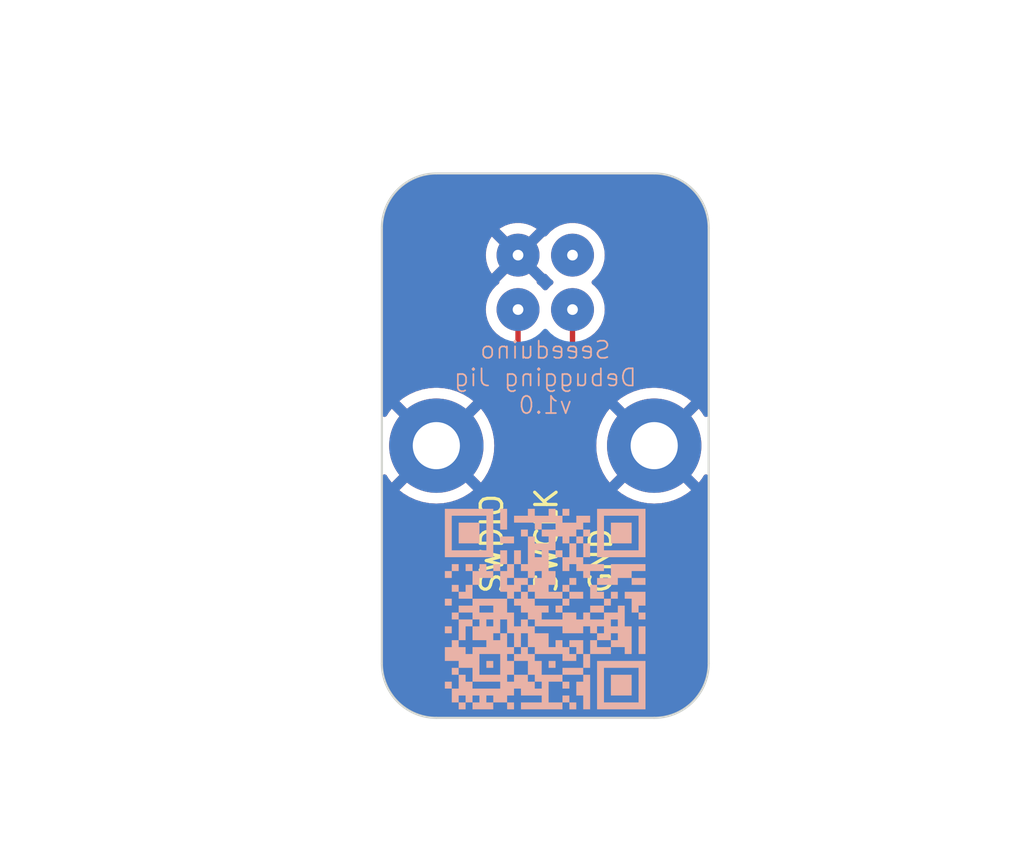
<source format=kicad_pcb>
(kicad_pcb (version 20240108) (generator "pcbnew") (generator_version "8.0")
  (layers (0 "F.Cu" signal) (31 "B.Cu" signal) (34 "B.Paste" user) (35 "F.Paste" user) (36 "B.SilkS" user "B.Silkscreen") (37 "F.SilkS" user "F.Silkscreen") (38 "B.Mask" user) (39 "F.Mask" user) (44 "Edge.Cuts" user))
  (net 0 "")
  (net 1 "/GND")
  (net 2 "/SWCLK")
  (net 3 "/SWDIO")
  (footprint "MountingHole:MountingHole_2.2mm_M2_Pad" (layer "F.Cu") (at 121.92 67.31)
    (property "Reference" "REF**" (hide yes))
    (property "Value" "MountingHole_2.2mm_M2_Pad" (hide yes))
    (pad "1" thru_hole circle (at 0 0) (size 4.4 4.4) (drill 2.2) (layers "*.Cu" "*.Mask") (net 1 "/GND"))
  )
  (footprint "Pogo_pin:Pogo Pin" (layer "F.Cu") (at 118.11 58.42)
    (property "Reference" "U4" (hide yes))
    (property "Value" "~" (hide yes))
    (pad "1" thru_hole circle (at 0 0) (size 2 2) (drill 0.5) (layers "*.Cu" "*.Mask"))
  )
  (footprint "Pogo_pin:Pogo Pin" (layer "F.Cu") (at 118.11 60.96)
    (property "Reference" "U2" (hide yes))
    (property "Value" "~" (hide yes))
    (pad "1" thru_hole circle (at 0 0) (size 2 2) (drill 0.5) (layers "*.Cu" "*.Mask") (net 3 "/SWDIO"))
  )
  (footprint "Pogo_pin:Pogo Pin" (layer "F.Cu") (at 115.57 58.42)
    (property "Reference" "U3" (hide yes))
    (property "Value" "~" (hide yes))
    (pad "1" thru_hole circle (at 0 0) (size 2 2) (drill 0.5) (layers "*.Cu" "*.Mask") (net 1 "/GND"))
  )
  (footprint "MountingHole:MountingHole_2.2mm_M2_Pad" (layer "F.Cu") (at 111.76 67.31)
    (property "Reference" "REF**" (hide yes))
    (property "Value" "MountingHole_2.2mm_M2_Pad" (hide yes))
    (pad "1" thru_hole circle (at 0 0) (size 4.4 4.4) (drill 2.2) (layers "*.Cu" "*.Mask") (net 1 "/GND"))
  )
  (footprint "Pogo_pin:Pogo Pin" (layer "F.Cu") (at 115.57 60.96)
    (property "Reference" "U1" (hide yes))
    (property "Value" "~" (hide yes))
    (pad "1" thru_hole circle (at 0 0) (size 2 2) (drill 0.5) (layers "*.Cu" "*.Mask") (net 2 "/SWCLK"))
  )
  (footprint "edge_connector:edge_connector" (layer "F.Cu") (at 116.84 76.2 -90)
    (property "Reference" "J1" (hide yes))
    (property "Value" "Conn_01x03_Pin" (hide yes))
    (pad "1" smd roundrect (at 0 -2.54 270) (size 3 2) (layers "F.Cu" "F.Mask") (net 1 "/GND"))
    (pad "2" smd roundrect (at 0 0 270) (size 3 2) (layers "F.Cu" "F.Mask") (net 2 "/SWCLK"))
    (pad "3" smd roundrect (at 0 2.54 270) (size 3 2) (layers "F.Cu" "F.Mask") (net 3 "/SWDIO"))
  )
  (footprint "qr_code:qr_code" (layer "B.Cu") (at 116.84 74.93 180)
    (property "Reference" "G***" (hide yes))
    (property "Value" "LOGO" (hide yes))
    (fp_poly (pts (xy 4.683064 1.608275) (xy 4.683064 1.446959) (xy 4.521748 1.446959) (xy 4.360432 1.446959) (xy 4.360432 1.608275) (xy 4.360432 1.769592) (xy 4.521748 1.769592) (xy 4.683064 1.769592)) (fill solid) (layer "B.SilkS"))
    (fp_poly (pts (xy 4.683064 0.317744) (xy 4.683064 0.156428) (xy 4.521748 0.156428) (xy 4.360432 0.156428) (xy 4.360432 0.317744) (xy 4.360432 0.47906) (xy 4.521748 0.47906) (xy 4.683064 0.47906)) (fill solid) (layer "B.SilkS"))
    (fp_poly (pts (xy 4.683064 -0.972787) (xy 4.683064 -1.134104) (xy 4.521748 -1.134104) (xy 4.360432 -1.134104) (xy 4.360432 -0.972787) (xy 4.360432 -0.811471) (xy 4.521748 -0.811471) (xy 4.683064 -0.811471)) (fill solid) (layer "B.SilkS"))
    (fp_poly (pts (xy 4.360432 1.930908) (xy 4.360432 1.769592) (xy 4.199115 1.769592) (xy 4.037799 1.769592) (xy 4.037799 1.930908) (xy 4.037799 2.092224) (xy 4.199115 2.092224) (xy 4.360432 2.092224)) (fill solid) (layer "B.SilkS"))
    (fp_poly (pts (xy 4.037799 3.544072) (xy 4.037799 3.060123) (xy 3.55385 3.060123) (xy 3.0699 3.060123) (xy 3.0699 3.544072) (xy 3.0699 4.028021) (xy 3.55385 4.028021) (xy 4.037799 4.028021)) (fill solid) (layer "B.SilkS"))
    (fp_poly (pts (xy 2.747268 -2.585951) (xy 2.747268 -2.747268) (xy 2.585951 -2.747268) (xy 2.424635 -2.747268) (xy 2.424635 -2.585951) (xy 2.424635 -2.424635) (xy 2.585951 -2.424635) (xy 2.747268 -2.424635)) (fill solid) (layer "B.SilkS"))
    (fp_poly (pts (xy 2.102002 4.189338) (xy 2.102002 3.705388) (xy 1.940686 3.705388) (xy 1.779369 3.705388) (xy 1.779369 4.189338) (xy 1.779369 4.673287) (xy 1.940686 4.673287) (xy 2.102002 4.673287)) (fill solid) (layer "B.SilkS"))
    (fp_poly (pts (xy 2.102002 3.221439) (xy 2.102002 3.060123) (xy 1.779369 3.060123) (xy 1.456736 3.060123) (xy 1.456736 3.221439) (xy 1.456736 3.382756) (xy 1.779369 3.382756) (xy 2.102002 3.382756)) (fill solid) (layer "B.SilkS"))
    (fp_poly (pts (xy -0.156428 -2.585951) (xy -0.156428 -2.747268) (xy -0.317744 -2.747268) (xy -0.47906 -2.747268) (xy -0.47906 -2.585951) (xy -0.47906 -2.424635) (xy -0.317744 -2.424635) (xy -0.156428 -2.424635)) (fill solid) (layer "B.SilkS"))
    (fp_poly (pts (xy -0.801693 0.317744) (xy -0.801693 0.156428) (xy -0.96301 0.156428) (xy -1.124326 0.156428) (xy -1.124326 0.317744) (xy -1.124326 0.47906) (xy -0.96301 0.47906) (xy -0.801693 0.47906)) (fill solid) (layer "B.SilkS"))
    (fp_poly (pts (xy -1.124326 1.285642) (xy -1.124326 1.124326) (xy -1.285642 1.124326) (xy -1.446959 1.124326) (xy -1.446959 1.285642) (xy -1.446959 1.446959) (xy -1.285642 1.446959) (xy -1.124326 1.446959)) (fill solid) (layer "B.SilkS"))
    (fp_poly (pts (xy -1.769592 -2.424635) (xy -1.769592 -2.747268) (xy -1.930908 -2.747268) (xy -2.092224 -2.747268) (xy -2.092224 -2.424635) (xy -2.092224 -2.102002) (xy -1.930908 -2.102002) (xy -1.769592 -2.102002)) (fill solid) (layer "B.SilkS"))
    (fp_poly (pts (xy -3.060123 3.544072) (xy -3.060123 3.060123) (xy -3.544072 3.060123) (xy -4.028021 3.060123) (xy -4.028021 3.544072) (xy -4.028021 4.028021) (xy -3.544072 4.028021) (xy -3.060123 4.028021)) (fill solid) (layer "B.SilkS"))
    (fp_poly (pts (xy -3.060123 -3.55385) (xy -3.060123 -4.037799) (xy -3.544072 -4.037799) (xy -4.028021 -4.037799) (xy -4.028021 -3.55385) (xy -4.028021 -3.0699) (xy -3.544072 -3.0699) (xy -3.060123 -3.0699)) (fill solid) (layer "B.SilkS"))
    (fp_poly (pts (xy -4.350654 -1.456736) (xy -4.350654 -2.102002) (xy -4.51197 -2.102002) (xy -4.673287 -2.102002) (xy -4.673287 -1.456736) (xy -4.673287 -0.811471) (xy -4.51197 -0.811471) (xy -4.350654 -0.811471)) (fill solid) (layer "B.SilkS"))
    (fp_poly (pts (xy -1.124326 -1.618053) (xy -1.124326 -1.779369) (xy -1.285642 -1.779369) (xy -1.446959 -1.779369) (xy -1.446959 -1.940686) (xy -1.446959 -2.102002) (xy -1.608275 -2.102002) (xy -1.769592 -2.102002) (xy -1.769592 -1.779369) (xy -1.769592 -1.456736) (xy -1.446959 -1.456736) (xy -1.124326 -1.456736)) (fill solid) (layer "B.SilkS"))
    (fp_poly (pts (xy 4.683064 3.544072) (xy 4.683064 2.414857) (xy 3.55385 2.414857) (xy 2.424635 2.414857) (xy 2.424635 3.544072) (xy 2.424635 4.350654) (xy 2.747268 4.350654) (xy 2.747268 3.544072) (xy 2.747268 2.73749) (xy 3.55385 2.73749) (xy 4.360432 2.73749) (xy 4.360432 3.544072) (xy 4.360432 4.350654) (xy 3.55385 4.350654) (xy 2.747268 4.350654) (xy 2.424635 4.350654) (xy 2.424635 4.673287) (xy 3.55385 4.673287) (xy 4.683064 4.673287)) (fill solid) (layer "B.SilkS"))
    (fp_poly (pts (xy -2.414857 3.544072) (xy -2.414857 2.414857) (xy -3.544072 2.414857) (xy -4.673287 2.414857) (xy -4.673287 3.544072) (xy -4.673287 4.350654) (xy -4.350654 4.350654) (xy -4.350654 3.544072) (xy -4.350654 2.73749) (xy -3.544072 2.73749) (xy -2.73749 2.73749) (xy -2.73749 3.544072) (xy -2.73749 4.350654) (xy -3.544072 4.350654) (xy -4.350654 4.350654) (xy -4.673287 4.350654) (xy -4.673287 4.673287) (xy -3.544072 4.673287) (xy -2.414857 4.673287)) (fill solid) (layer "B.SilkS"))
    (fp_poly (pts (xy -2.414857 -3.55385) (xy -2.414857 -4.683064) (xy -3.544072 -4.683064) (xy -4.673287 -4.683064) (xy -4.673287 -3.55385) (xy -4.673287 -2.747268) (xy -4.350654 -2.747268) (xy -4.350654 -3.55385) (xy -4.350654 -4.360432) (xy -3.544072 -4.360432) (xy -2.73749 -4.360432) (xy -2.73749 -3.55385) (xy -2.73749 -2.747268) (xy -3.544072 -2.747268) (xy -4.350654 -2.747268) (xy -4.673287 -2.747268) (xy -4.673287 -2.424635) (xy -3.544072 -2.424635) (xy -2.414857 -2.424635)) (fill solid) (layer "B.SilkS"))
    (fp_poly (pts (xy -3.705388 0.640377) (xy -3.705388 0.47906) (xy -3.866705 0.47906) (xy -4.028021 0.47906) (xy -4.028021 0.156428) (xy -4.028021 -0.166205) (xy -4.189338 -0.166205) (xy -4.350654 -0.166205) (xy -4.350654 -0.327522) (xy -4.350654 -0.488838) (xy -4.51197 -0.488838) (xy -4.673287 -0.488838) (xy -4.673287 -0.327522) (xy -4.673287 -0.166205) (xy -4.51197 -0.166205) (xy -4.350654 -0.166205) (xy -4.350654 -0.004889) (xy -4.350654 0.156428) (xy -4.51197 0.156428) (xy -4.673287 0.156428) (xy -4.673287 0.47906) (xy -4.673287 0.801693) (xy -4.189338 0.801693) (xy -3.705388 0.801693)) (fill solid) (layer "B.SilkS"))
    (fp_poly (pts (xy -2.092224 0.801693) (xy -2.092224 0.47906) (xy -2.414857 0.47906) (xy -2.73749 0.47906) (xy -2.73749 0.317744) (xy -2.73749 0.156428) (xy -2.898806 0.156428) (xy -3.060123 0.156428) (xy -3.060123 0.317744) (xy -3.060123 0.47906) (xy -3.221439 0.47906) (xy -3.382756 0.47906) (xy -3.382756 0.640377) (xy -3.382756 0.801693) (xy -3.221439 0.801693) (xy -3.060123 0.801693) (xy -3.060123 0.640377) (xy -3.060123 0.47906) (xy -2.898806 0.47906) (xy -2.73749 0.47906) (xy -2.73749 0.640377) (xy -2.73749 0.801693) (xy -2.576174 0.801693) (xy -2.414857 0.801693) (xy -2.414857 0.96301) (xy -2.414857 1.124326) (xy -2.253541 1.124326) (xy -2.092224 1.124326)) (fill solid) (layer "B.SilkS"))
    (fp_poly (pts (xy -3.060123 1.769592) (xy -3.060123 1.446959) (xy -2.73749 1.446959) (xy -2.414857 1.446959) (xy -2.414857 1.285642) (xy -2.414857 1.124326) (xy -2.898806 1.124326) (xy -3.382756 1.124326) (xy -3.382756 1.285642) (xy -3.382756 1.446959) (xy -3.705388 1.446959) (xy -4.028021 1.446959) (xy -4.028021 1.285642) (xy -4.028021 1.124326) (xy -4.350654 1.124326) (xy -4.673287 1.124326) (xy -4.673287 1.285642) (xy -4.673287 1.446959) (xy -4.350654 1.446959) (xy -4.028021 1.446959) (xy -4.028021 1.608275) (xy -4.028021 1.769592) (xy -4.350654 1.769592) (xy -4.673287 1.769592) (xy -4.673287 1.930908) (xy -4.673287 2.092224) (xy -3.866705 2.092224) (xy -3.060123 2.092224)) (fill solid) (layer "B.SilkS"))
    (fp_poly (pts (xy 3.715166 0.96301) (xy 3.715166 0.801693) (xy 3.876482 0.801693) (xy 4.037799 0.801693) (xy 4.037799 0.96301) (xy 4.037799 1.124326) (xy 4.199115 1.124326) (xy 4.360432 1.124326) (xy 4.360432 0.96301) (xy 4.360432 0.801693) (xy 4.199115 0.801693) (xy 4.037799 0.801693) (xy 4.037799 0.640377) (xy 4.037799 0.47906) (xy 3.715166 0.47906) (xy 3.392533 0.47906) (xy 3.392533 0.317744) (xy 3.392533 0.156428) (xy 3.715166 0.156428) (xy 4.037799 0.156428) (xy 4.037799 -0.004889) (xy 4.037799 -0.166205) (xy 3.715166 -0.166205) (xy 3.392533 -0.166205) (xy 3.392533 -0.327522) (xy 3.392533 -0.488838) (xy 3.231217 -0.488838) (xy 3.0699 -0.488838) (xy 3.0699 -0.650154) (xy 3.0699 -0.811471) (xy 3.231217 -0.811471) (xy 3.392533 -0.811471) (xy 3.392533 -0.650154) (xy 3.392533 -0.488838) (xy 3.715166 -0.488838) (xy 4.037799 -0.488838) (xy 4.037799 -0.327522) (xy 4.037799 -0.166205) (xy 4.199115 -0.166205) (xy 4.360432 -0.166205) (xy 4.360432 -0.327522) (xy 4.360432 -0.488838) (xy 4.199115 -0.488838) (xy 4.037799 -0.488838) (xy 4.037799 -0.972787) (xy 4.037799 -1.456736) (xy 3.876482 -1.456736) (xy 3.715166 -1.456736) (xy 3.715166 -1.134104) (xy 3.715166 -0.811471) (xy 3.55385 -0.811471) (xy 3.392533 -0.811471) (xy 3.392533 -1.134104) (xy 3.392533 -1.456736) (xy 3.0699 -1.456736) (xy 2.747268 -1.456736) (xy 2.747268 -1.618053) (xy 2.747268 -1.779369) (xy 3.0699 -1.779369) (xy 3.392533 -1.779369) (xy 3.392533 -1.940686) (xy 3.392533 -2.102002) (xy 3.55385 -2.102002) (xy 3.715166 -2.102002) (xy 3.715166 -1.940686) (xy 3.715166 -1.779369) (xy 3.876482 -1.779369) (xy 4.037799 -1.779369) (xy 4.037799 -1.618053) (xy 4.037799 -1.456736) (xy 4.199115 -1.456736) (xy 4.360432 -1.456736) (xy 4.360432 -1.618053) (xy 4.360432 -1.779369) (xy 4.521748 -1.779369) (xy 4.683064 -1.779369) (xy 4.683064 -2.102002) (xy 4.683064 -2.424635) (xy 4.360432 -2.424635) (xy 4.037799 -2.424635) (xy 4.037799 -2.585951) (xy 4.037799 -2.747268) (xy 3.715166 -2.747268) (xy 3.392533 -2.747268) (xy 3.392533 -3.0699) (xy 3.392533 -3.392533) (xy 2.747268 -3.392533) (xy 2.102002 -3.392533) (xy 2.102002 -3.55385) (xy 2.102002 -3.715166) (xy 2.747268 -3.715166) (xy 3.392533 -3.715166) (xy 3.392533 -3.55385) (xy 3.392533 -3.392533) (xy 3.55385 -3.392533) (xy 3.715166 -3.392533) (xy 3.715166 -3.231217) (xy 3.715166 -3.0699) (xy 3.876482 -3.0699) (xy 4.037799 -3.0699) (xy 4.037799 -2.908584) (xy 4.037799 -2.747268) (xy 4.199115 -2.747268) (xy 4.360432 -2.747268) (xy 4.360432 -2.908584) (xy 4.360432 -3.0699) (xy 4.199115 -3.0699) (xy 4.037799 -3.0699) (xy 4.037799 -3.392533) (xy 4.037799 -3.715166) (xy 4.199115 -3.715166) (xy 4.360432 -3.715166) (xy 4.360432 -3.55385) (xy 4.360432 -3.392533) (xy 4.521748 -3.392533) (xy 4.683064 -3.392533) (xy 4.683064 -3.55385) (xy 4.683064 -3.715166) (xy 4.521748 -3.715166) (xy 4.360432 -3.715166) (xy 4.360432 -4.037799) (xy 4.360432 -4.360432) (xy 4.199115 -4.360432) (xy 4.037799 -4.360432) (xy 4.037799 -4.521748) (xy 4.037799 -4.683064) (xy 3.876482 -4.683064) (xy 3.715166 -4.683064) (xy 3.715166 -4.521748) (xy 3.715166 -4.360432) (xy 3.55385 -4.360432) (xy 3.392533 -4.360432) (xy 3.392533 -4.521748) (xy 3.392533 -4.683064) (xy 2.908584 -4.683064) (xy 2.424635 -4.683064) (xy 2.424635 -4.521748) (xy 2.424635 -4.360432) (xy 2.102002 -4.360432) (xy 1.779369 -4.360432) (xy 1.779369 -4.521748) (xy 1.779369 -4.683064) (xy 1.618053 -4.683064) (xy 1.456736 -4.683064) (xy 1.456736 -4.521748) (xy 1.456736 -4.360432) (xy 1.618053 -4.360432) (xy 1.779369 -4.360432) (xy 1.779369 -4.199115) (xy 1.779369 -4.037799) (xy 2.424635 -4.037799) (xy 2.424635 -4.199115) (xy 2.424635 -4.360432) (xy 2.585951 -4.360432) (xy 2.747268 -4.360432) (xy 2.747268 -4.199115) (xy 2.747268 -4.037799) (xy 3.0699 -4.037799) (xy 3.0699 -4.199115) (xy 3.0699 -4.360432) (xy 3.231217 -4.360432) (xy 3.392533 -4.360432) (xy 3.392533 -4.199115) (xy 3.392533 -4.037799) (xy 3.715166 -4.037799) (xy 3.715166 -4.199115) (xy 3.715166 -4.360432) (xy 3.876482 -4.360432) (xy 4.037799 -4.360432) (xy 4.037799 -4.199115) (xy 4.037799 -4.037799) (xy 3.876482 -4.037799) (xy 3.715166 -4.037799) (xy 3.392533 -4.037799) (xy 3.231217 -4.037799) (xy 3.0699 -4.037799) (xy 2.747268 -4.037799) (xy 2.585951 -4.037799) (xy 2.424635 -4.037799) (xy 1.779369 -4.037799) (xy 1.618053 -4.037799) (xy 1.456736 -4.037799) (xy 1.456736 -3.876482) (xy 1.456736 -3.715166) (xy 1.29542 -3.715166) (xy 1.134104 -3.715166) (xy 1.134104 -3.876482) (xy 1.134104 -4.037799) (xy 0.650154 -4.037799) (xy 0.166205 -4.037799) (xy 0.166205 -4.199115) (xy 0.166205 -4.360432) (xy 0.650154 -4.360432) (xy 1.134104 -4.360432) (xy 1.134104 -4.521748) (xy 1.134104 -4.683064) (xy 0.166205 -4.683064) (xy -0.801693 -4.683064) (xy -0.801693 -4.521748) (xy -0.801693 -4.360432) (xy -0.96301 -4.360432) (xy -1.124326 -4.360432) (xy -1.124326 -4.521748) (xy -1.124326 -4.683064) (xy -1.285642 -4.683064) (xy -1.446959 -4.683064) (xy -1.446959 -4.521748) (xy -1.446959 -4.360432) (xy -1.285642 -4.360432) (xy -1.124326 -4.360432) (xy -1.124326 -4.199115) (xy -1.124326 -4.037799) (xy -0.96301 -4.037799) (xy -0.801693 -4.037799) (xy -0.801693 -4.199115) (xy -0.801693 -4.360432) (xy -0.47906 -4.360432) (xy -0.156428 -4.360432) (xy -0.156428 -3.876482) (xy -0.156428 -3.715166) (xy 0.166205 -3.715166) (xy 0.327522 -3.715166) (xy 0.488838 -3.715166) (xy 0.488838 -3.55385) (xy 0.488838 -3.392533) (xy 0.650154 -3.392533) (xy 0.811471 -3.392533) (xy 0.811471 -3.231217) (xy 0.811471 -3.0699) (xy 1.134104 -3.0699) (xy 1.456736 -3.0699) (xy 1.456736 -3.231217) (xy 1.456736 -3.392533) (xy 1.618053 -3.392533) (xy 1.779369 -3.392533) (xy 1.779369 -3.231217) (xy 1.779369 -3.0699) (xy 1.618053 -3.0699) (xy 1.456736 -3.0699) (xy 1.456736 -2.747268) (xy 1.456736 -2.424635) (xy 1.618053 -2.424635) (xy 1.779369 -2.424635) (xy 1.779369 -2.263318) (xy 1.779369 -2.102002) (xy 2.102002 -2.102002) (xy 2.102002 -2.585951) (xy 2.102002 -3.0699) (xy 2.585951 -3.0699) (xy 3.0699 -3.0699) (xy 3.0699 -2.585951) (xy 3.0699 -2.102002) (xy 2.585951 -2.102002) (xy 2.102002 -2.102002) (xy 1.779369 -2.102002) (xy 1.618053 -2.102002) (xy 1.456736 -2.102002) (xy 1.456736 -2.263318) (xy 1.456736 -2.424635) (xy 1.134104 -2.424635) (xy 0.811471 -2.424635) (xy 0.811471 -2.747268) (xy 0.811471 -3.0699) (xy 0.650154 -3.0699) (xy 0.488838 -3.0699) (xy 0.488838 -3.231217) (xy 0.488838 -3.392533) (xy 0.327522 -3.392533) (xy 0.166205 -3.392533) (xy 0.166205 -3.55385) (xy 0.166205 -3.715166) (xy -0.156428 -3.715166) (xy -0.156428 -3.392533) (xy -0.47906 -3.392533) (xy -0.801693 -3.392533) (xy -0.801693 -3.55385) (xy -0.801693 -3.715166) (xy -0.96301 -3.715166) (xy -1.124326 -3.715166) (xy -1.124326 -3.55385) (xy -1.124326 -3.392533) (xy -0.96301 -3.392533) (xy -0.801693 -3.392533) (xy -0.801693 -3.231217) (xy -0.801693 -3.0699) (xy -1.285642 -3.0699) (xy -1.769592 -3.0699) (xy -1.769592 -3.231217) (xy -1.769592 -3.392533) (xy -1.608275 -3.392533) (xy -1.446959 -3.392533) (xy -1.446959 -3.715166) (xy -1.446959 -4.037799) (xy -1.608275 -4.037799) (xy -1.769592 -4.037799) (xy -1.769592 -4.360432) (xy -1.769592 -4.683064) (xy -1.930908 -4.683064) (xy -2.092224 -4.683064) (xy -2.092224 -3.876482) (xy -2.092224 -3.0699) (xy -1.930908 -3.0699) (xy -1.769592 -3.0699) (xy -1.769592 -2.908584) (xy -1.769592 -2.747268) (xy -1.285642 -2.747268) (xy -0.801693 -2.747268) (xy -0.801693 -2.908584) (xy -0.801693 -3.0699) (xy -0.317744 -3.0699) (xy 0.166205 -3.0699) (xy 0.166205 -2.747268) (xy 0.166205 -2.424635) (xy 0.327522 -2.424635) (xy 0.488838 -2.424635) (xy 0.488838 -2.263318) (xy 0.488838 -2.102002) (xy 0.650154 -2.102002) (xy 0.811471 -2.102002) (xy 0.811471 -1.940686) (xy 0.811471 -1.779369) (xy 0.972787 -1.779369) (xy 1.134104 -1.779369) (xy 1.134104 -1.940686) (xy 1.134104 -2.102002) (xy 1.29542 -2.102002) (xy 1.456736 -2.102002) (xy 1.456736 -1.940686) (xy 1.456736 -1.779369) (xy 1.618053 -1.779369) (xy 1.779369 -1.779369) (xy 1.779369 -1.456736) (xy 1.779369 -1.134104) (xy 1.940686 -1.134104) (xy 2.102002 -1.134104) (xy 2.102002 -1.29542) (xy 2.102002 -1.456736) (xy 2.263318 -1.456736) (xy 2.424635 -1.456736) (xy 2.424635 -1.29542) (xy 2.424635 -1.134104) (xy 2.263318 -1.134104) (xy 2.102002 -1.134104) (xy 2.102002 -0.811471) (xy 2.102002 -0.488838) (xy 2.424635 -0.488838) (xy 2.424635 -0.650154) (xy 2.424635 -0.811471) (xy 2.585951 -0.811471) (xy 2.747268 -0.811471) (xy 2.747268 -0.650154) (xy 2.747268 -0.488838) (xy 2.585951 -0.488838) (xy 2.424635 -0.488838) (xy 2.102002 -0.488838) (xy 1.940686 -0.488838) (xy 1.779369 -0.488838) (xy 1.779369 -0.811471) (xy 1.779369 -1.134104) (xy 1.618053 -1.134104) (xy 1.456736 -1.134104) (xy 1.456736 -1.456736) (xy 1.456736 -1.779369) (xy 1.29542 -1.779369) (xy 1.134104 -1.779369) (xy 1.134104 -1.456736) (xy 1.134104 -1.134104) (xy 0.972787 -1.134104) (xy 0.811471 -1.134104) (xy 0.811471 -1.456736) (xy 0.811471 -1.779369) (xy 0.650154 -1.779369) (xy 0.488838 -1.779369) (xy 0.488838 -1.940686) (xy 0.488838 -2.102002) (xy -0.156428 -2.102002) (xy -0.801693 -2.102002) (xy -0.801693 -2.263318) (xy -0.801693 -2.424635) (xy -1.124326 -2.424635) (xy -1.446959 -2.424635) (xy -1.446959 -2.263318) (xy -1.446959 -2.102002) (xy -1.285642 -2.102002) (xy -1.124326 -2.102002) (xy -1.124326 -1.940686) (xy -1.124326 -1.779369) (xy -0.96301 -1.779369) (xy -0.801693 -1.779369) (xy -0.801693 -1.618053) (xy -0.801693 -1.456736) (xy -0.640377 -1.456736) (xy -0.47906 -1.456736) (xy -0.47906 -1.618053) (xy -0.47906 -1.779369) (xy -0.317744 -1.779369) (xy -0.156428 -1.779369) (xy -0.156428 -1.456736) (xy -0.156428 -1.134104) (xy 0.166205 -1.134104) (xy 0.488838 -1.134104) (xy 0.488838 -0.972787) (xy 0.488838 -0.811471) (xy 0.650154 -0.811471) (xy 0.811471 -0.811471) (xy 0.811471 -0.650154) (xy 0.811471 -0.488838) (xy 0.972787 -0.488838) (xy 1.134104 -0.488838) (xy 1.134104 -0.650154) (xy 1.134104 -0.811471) (xy 1.29542 -0.811471) (xy 1.456736 -0.811471) (xy 1.456736 -0.488838) (xy 1.456736 -0.166205) (xy 1.618053 -0.166205) (xy 1.779369 -0.166205) (xy 1.779369 0.156428) (xy 2.424635 0.156428) (xy 2.424635 -0.004889) (xy 2.424635 -0.166205) (xy 2.747268 -0.166205) (xy 3.0699 -0.166205) (xy 3.0699 -0.004889) (xy 3.0699 0.156428) (xy 2.747268 0.156428) (xy 2.424635 0.156428) (xy 1.779369 0.156428) (xy 1.779369 0.47906) (xy 2.585951 0.47906) (xy 3.392533 0.47906) (xy 3.392533 0.801693) (xy 3.392533 1.124326) (xy 3.55385 1.124326) (xy 3.715166 1.124326)) (fill solid) (layer "B.SilkS"))
    (fp_poly (pts (xy -0.801693 4.51197) (xy -0.801693 4.350654) (xy -0.640377 4.350654) (xy -0.47906 4.350654) (xy -0.47906 4.51197) (xy -0.47906 4.673287) (xy -0.317744 4.673287) (xy -0.156428 4.673287) (xy -0.156428 4.51197) (xy -0.156428 4.350654) (xy 0.166205 4.350654) (xy 0.488838 4.350654) (xy 0.488838 4.51197) (xy 0.488838 4.673287) (xy 0.650154 4.673287) (xy 0.811471 4.673287) (xy 0.811471 4.51197) (xy 0.811471 4.350654) (xy 1.134104 4.350654) (xy 1.456736 4.350654) (xy 1.456736 4.189338) (xy 1.456736 4.028021) (xy 0.972787 4.028021) (xy 0.488838 4.028021) (xy 0.488838 3.866705) (xy 0.488838 3.705388) (xy 0.327522 3.705388) (xy 0.166205 3.705388) (xy 0.166205 3.544072) (xy 0.166205 3.382756) (xy 0.004889 3.382756) (xy -0.156428 3.382756) (xy -0.156428 3.221439) (xy -0.156428 3.060123) (xy 0.166205 3.060123) (xy 0.488838 3.060123) (xy 0.488838 3.221439) (xy 0.488838 3.382756) (xy 0.650154 3.382756) (xy 0.811471 3.382756) (xy 0.811471 3.544072) (xy 0.811471 3.705388) (xy 0.972787 3.705388) (xy 1.134104 3.705388) (xy 1.134104 3.544072) (xy 1.134104 3.382756) (xy 0.972787 3.382756) (xy 0.811471 3.382756) (xy 0.811471 2.73749) (xy 0.811471 2.092224) (xy 0.972787 2.092224) (xy 1.134104 2.092224) (xy 1.134104 2.414857) (xy 1.134104 2.73749) (xy 1.29542 2.73749) (xy 1.456736 2.73749) (xy 1.456736 2.414857) (xy 1.456736 2.092224) (xy 1.618053 2.092224) (xy 1.779369 2.092224) (xy 1.779369 2.414857) (xy 1.779369 2.73749) (xy 1.940686 2.73749) (xy 2.102002 2.73749) (xy 2.102002 2.414857) (xy 2.102002 2.092224) (xy 1.940686 2.092224) (xy 1.779369 2.092224) (xy 1.779369 1.930908) (xy 1.779369 1.769592) (xy 1.940686 1.769592) (xy 2.102002 1.769592) (xy 2.102002 1.930908) (xy 2.102002 2.092224) (xy 2.263318 2.092224) (xy 2.424635 2.092224) (xy 2.424635 1.930908) (xy 2.424635 1.769592) (xy 2.585951 1.769592) (xy 2.747268 1.769592) (xy 2.747268 1.930908) (xy 2.747268 2.092224) (xy 2.908584 2.092224) (xy 3.0699 2.092224) (xy 3.0699 1.930908) (xy 3.0699 1.769592) (xy 3.231217 1.769592) (xy 3.392533 1.769592) (xy 3.392533 1.930908) (xy 3.392533 2.092224) (xy 3.55385 2.092224) (xy 3.715166 2.092224) (xy 3.715166 1.930908) (xy 3.715166 1.769592) (xy 3.55385 1.769592) (xy 3.392533 1.769592) (xy 3.392533 1.446959) (xy 3.392533 1.124326) (xy 3.231217 1.124326) (xy 3.0699 1.124326) (xy 3.0699 1.285642) (xy 3.0699 1.446959) (xy 2.747268 1.446959) (xy 2.424635 1.446959) (xy 2.424635 1.608275) (xy 2.424635 1.769592) (xy 2.263318 1.769592) (xy 2.102002 1.769592) (xy 2.102002 1.285642) (xy 2.102002 0.801693) (xy 1.940686 0.801693) (xy 1.779369 0.801693) (xy 1.779369 0.640377) (xy 1.779369 0.47906) (xy 1.618053 0.47906) (xy 1.456736 0.47906) (xy 1.456736 0.640377) (xy 1.456736 0.801693) (xy 1.29542 0.801693) (xy 1.134104 0.801693) (xy 1.134104 0.640377) (xy 1.134104 0.47906) (xy 1.29542 0.47906) (xy 1.456736 0.47906) (xy 1.456736 0.317744) (xy 1.456736 0.156428) (xy 1.29542 0.156428) (xy 1.134104 0.156428) (xy 1.134104 -0.004889) (xy 1.134104 -0.166205) (xy 0.972787 -0.166205) (xy 0.811471 -0.166205) (xy 0.811471 -0.327522) (xy 0.811471 -0.488838) (xy 0.650154 -0.488838) (xy 0.488838 -0.488838) (xy 0.488838 -0.650154) (xy 0.488838 -0.811471) (xy -0.156428 -0.811471) (xy -0.801693 -0.811471) (xy -0.801693 -0.972787) (xy -0.801693 -1.134104) (xy -1.285642 -1.134104) (xy -1.769592 -1.134104) (xy -1.769592 -0.972787) (xy -1.769592 -0.811471) (xy -1.930908 -0.811471) (xy -2.092224 -0.811471) (xy -2.092224 -0.972787) (xy -2.092224 -1.134104) (xy -2.253541 -1.134104) (xy -2.414857 -1.134104) (xy -2.414857 -0.972787) (xy -2.414857 -0.811471) (xy -2.576174 -0.811471) (xy -2.73749 -0.811471) (xy -2.73749 -0.972787) (xy -2.73749 -1.134104) (xy -2.576174 -1.134104) (xy -2.414857 -1.134104) (xy -2.414857 -1.29542) (xy -2.414857 -1.456736) (xy -2.73749 -1.456736) (xy -3.060123 -1.456736) (xy -3.060123 -1.29542) (xy -3.060123 -1.134104) (xy -3.221439 -1.134104) (xy -3.382756 -1.134104) (xy -3.382756 -1.29542) (xy -3.382756 -1.456736) (xy -3.221439 -1.456736) (xy -3.060123 -1.456736) (xy -3.060123 -1.618053) (xy -3.060123 -1.779369) (xy -2.73749 -1.779369) (xy -2.414857 -1.779369) (xy -2.414857 -1.618053) (xy -2.414857 -1.456736) (xy -2.253541 -1.456736) (xy -2.092224 -1.456736) (xy -2.092224 -1.779369) (xy -2.092224 -2.102002) (xy -2.576174 -2.102002) (xy -3.060123 -2.102002) (xy -3.060123 -1.940686) (xy -3.060123 -1.779369) (xy -3.382756 -1.779369) (xy -3.705388 -1.779369) (xy -3.705388 -1.940686) (xy -3.705388 -2.102002) (xy -3.866705 -2.102002) (xy -4.028021 -2.102002) (xy -4.028021 -1.456736) (xy -4.028021 -0.811471) (xy -3.866705 -0.811471) (xy -3.705388 -0.811471) (xy -3.705388 -0.488838) (xy -3.382756 -0.488838) (xy -3.382756 -0.650154) (xy -3.382756 -0.811471) (xy -3.221439 -0.811471) (xy -3.060123 -0.811471) (xy -3.060123 -0.650154) (xy -3.060123 -0.488838) (xy -3.221439 -0.488838) (xy -3.382756 -0.488838) (xy -3.705388 -0.488838) (xy -3.705388 -0.327522) (xy -3.705388 0.156428) (xy -3.544072 0.156428) (xy -3.382756 0.156428) (xy -3.382756 -0.004889) (xy -3.382756 -0.166205) (xy -3.060123 -0.166205) (xy -2.73749 -0.166205) (xy -2.73749 -0.004889) (xy -2.73749 0.156428) (xy -2.414857 0.156428) (xy -2.092224 0.156428) (xy -2.092224 -0.004889) (xy -2.092224 -0.166205) (xy -2.414857 -0.166205) (xy -2.73749 -0.166205) (xy -2.73749 -0.327522) (xy -2.73749 -0.488838) (xy -2.414857 -0.488838) (xy -2.092224 -0.488838) (xy -2.092224 -0.327522) (xy -2.092224 -0.166205) (xy -1.930908 -0.166205) (xy -1.769592 -0.166205) (xy -1.769592 -0.327522) (xy -1.769592 -0.488838) (xy -1.608275 -0.488838) (xy -1.446959 -0.488838) (xy -1.446959 -0.327522) (xy -1.446959 -0.166205) (xy -1.124326 -0.166205) (xy -0.801693 -0.166205) (xy -0.801693 -0.004889) (xy -0.801693 0.156428) (xy -0.640377 0.156428) (xy -0.47906 0.156428) (xy -0.47906 -0.004889) (xy -0.47906 -0.166205) (xy -0.640377 -0.166205) (xy -0.801693 -0.166205) (xy -0.801693 -0.327522) (xy -0.801693 -0.488838) (xy -0.317744 -0.488838) (xy 0.166205 -0.488838) (xy 0.166205 -0.327522) (xy 0.166205 -0.166205) (xy 0.004889 -0.166205) (xy -0.156428 -0.166205) (xy -0.156428 -0.004889) (xy -0.156428 0.156428) (xy 0.166205 0.156428) (xy 0.488838 0.156428) (xy 0.488838 0.317744) (xy 0.488838 0.47906) (xy 0.650154 0.47906) (xy 0.811471 0.47906) (xy 0.811471 0.640377) (xy 0.811471 0.801693) (xy 0.972787 0.801693) (xy 1.134104 0.801693) (xy 1.134104 0.96301) (xy 1.134104 1.124326) (xy 0.972787 1.124326) (xy 0.811471 1.124326) (xy 0.811471 0.96301) (xy 0.811471 0.801693) (xy 0.650154 0.801693) (xy 0.488838 0.801693) (xy 0.488838 0.640377) (xy 0.488838 0.47906) (xy -0.156428 0.47906) (xy -0.801693 0.47906) (xy -0.801693 0.640377) (xy -0.801693 0.801693) (xy -0.96301 0.801693) (xy -1.124326 0.801693) (xy -1.124326 0.640377) (xy -1.124326 0.47906) (xy -1.446959 0.47906) (xy -1.769592 0.47906) (xy -1.769592 0.640377) (xy -1.769592 0.801693) (xy -1.446959 0.801693) (xy -1.124326 0.801693) (xy -1.124326 0.96301) (xy -1.124326 1.124326) (xy -0.96301 1.124326) (xy -0.801693 1.124326) (xy -0.801693 0.96301) (xy -0.801693 0.801693) (xy -0.47906 0.801693) (xy -0.156428 0.801693) (xy -0.156428 0.96301) (xy -0.156428 1.124326) (xy -0.317744 1.124326) (xy -0.47906 1.124326) (xy -0.47906 1.446959) (xy 0.166205 1.446959) (xy 0.327522 1.446959) (xy 0.488838 1.446959) (xy 0.488838 1.285642) (xy 0.488838 1.124326) (xy 0.650154 1.124326) (xy 0.811471 1.124326) (xy 0.811471 1.285642) (xy 0.811471 1.446959) (xy 1.134104 1.446959) (xy 1.456736 1.446959) (xy 1.456736 1.285642) (xy 1.456736 1.124326) (xy 1.618053 1.124326) (xy 1.779369 1.124326) (xy 1.779369 1.285642) (xy 1.779369 1.446959) (xy 1.618053 1.446959) (xy 1.456736 1.446959) (xy 1.456736 1.769592) (xy 1.456736 2.092224) (xy 1.29542 2.092224) (xy 1.134104 2.092224) (xy 1.134104 1.930908) (xy 1.134104 1.769592) (xy 0.972787 1.769592) (xy 0.811471 1.769592) (xy 0.811471 1.608275) (xy 0.811471 1.446959) (xy 0.650154 1.446959) (xy 0.488838 1.446959) (xy 0.488838 1.608275) (xy 0.488838 1.769592) (xy 0.327522 1.769592) (xy 0.166205 1.769592) (xy 0.166205 1.608275) (xy 0.166205 1.446959) (xy -0.47906 1.446959) (xy -0.47906 1.769592) (xy -0.317744 1.769592) (xy -0.156428 1.769592) (xy -0.156428 2.253541) (xy -0.156428 2.73749) (xy 0.166205 2.73749) (xy 0.166205 2.576174) (xy 0.166205 2.414857) (xy 0.327522 2.414857) (xy 0.488838 2.414857) (xy 0.488838 2.576174) (xy 0.488838 2.73749) (xy 0.327522 2.73749) (xy 0.166205 2.73749) (xy -0.156428 2.73749) (xy -0.317744 2.73749) (xy -0.47906 2.73749) (xy -0.47906 2.576174) (xy -0.47906 2.414857) (xy -0.640377 2.414857) (xy -0.801693 2.414857) (xy -0.801693 2.092224) (xy -0.801693 1.769592) (xy -0.96301 1.769592) (xy -1.124326 1.769592) (xy -1.124326 1.930908) (xy -1.124326 2.092224) (xy -1.285642 2.092224) (xy -1.446959 2.092224) (xy -1.446959 1.930908) (xy -1.446959 1.769592) (xy -1.608275 1.769592) (xy -1.769592 1.769592) (xy -1.769592 1.608275) (xy -1.769592 1.446959) (xy -1.930908 1.446959) (xy -2.092224 1.446959) (xy -2.092224 1.608275) (xy -2.092224 1.769592) (xy -2.414857 1.769592) (xy -2.73749 1.769592) (xy -2.73749 1.930908) (xy -2.73749 2.092224) (xy -2.253541 2.092224) (xy -1.769592 2.092224) (xy -1.769592 2.253541) (xy -1.769592 2.414857) (xy -1.608275 2.414857) (xy -1.446959 2.414857) (xy -1.446959 2.73749) (xy -1.446959 3.060123) (xy -1.285642 3.060123) (xy -1.124326 3.060123) (xy -1.124326 2.73749) (xy -1.124326 2.414857) (xy -0.96301 2.414857) (xy -0.801693 2.414857) (xy -0.801693 2.576174) (xy -0.801693 2.73749) (xy -0.640377 2.73749) (xy -0.47906 2.73749) (xy -0.47906 3.060123) (xy -0.47906 3.382756) (xy -0.640377 3.382756) (xy -0.801693 3.382756) (xy -0.801693 3.221439) (xy -0.801693 3.060123) (xy -0.96301 3.060123) (xy -1.124326 3.060123) (xy -1.124326 3.221439) (xy -1.124326 3.382756) (xy -1.285642 3.382756) (xy -1.446959 3.382756) (xy -1.446959 3.221439) (xy -1.446959 3.060123) (xy -1.608275 3.060123) (xy -1.769592 3.060123) (xy -1.769592 2.73749) (xy -1.769592 2.414857) (xy -1.930908 2.414857) (xy -2.092224 2.414857) (xy -2.092224 2.73749) (xy -2.092224 3.060123) (xy -1.930908 3.060123) (xy -1.769592 3.060123) (xy -1.769592 3.221439) (xy -1.769592 3.382756) (xy -1.930908 3.382756) (xy -2.092224 3.382756) (xy -2.092224 3.544072) (xy -2.092224 3.705388) (xy -1.930908 3.705388) (xy -1.769592 3.705388) (xy -1.769592 3.544072) (xy -1.769592 3.382756) (xy -1.608275 3.382756) (xy -1.446959 3.382756) (xy -1.446959 3.544072) (xy -1.446959 3.705388) (xy -1.608275 3.705388) (xy -1.769592 3.705388) (xy -1.769592 3.866705) (xy -1.769592 4.028021) (xy -1.930908 4.028021) (xy -2.092224 4.028021) (xy -2.092224 4.189338) (xy -2.092224 4.350654) (xy -1.769592 4.350654) (xy -1.446959 4.350654) (xy -1.446959 4.189338) (xy -1.446959 4.028021) (xy -1.124326 4.028021) (xy -0.801693 4.028021) (xy -0.47906 4.028021) (xy -0.47906 3.866705) (xy -0.47906 3.705388) (xy -0.156428 3.705388) (xy 0.166205 3.705388) (xy 0.166205 3.866705) (xy 0.166205 4.028021) (xy -0.156428 4.028021) (xy -0.47906 4.028021) (xy -0.801693 4.028021) (xy -0.801693 4.189338) (xy -0.801693 4.350654) (xy -0.96301 4.350654) (xy -1.124326 4.350654) (xy -1.124326 4.51197) (xy -1.124326 4.673287) (xy -0.96301 4.673287) (xy -0.801693 4.673287)) (fill solid) (layer "B.SilkS"))
  )
  (gr_arc (start 111.76 80.01) (mid 109.963949 79.266051) (end 109.22 77.47) (stroke (width 0.1)) (layer "Edge.Cuts"))
  (gr_line (start 111.76 54.61) (end 121.92 54.61) (stroke (width 0.1)) (layer "Edge.Cuts"))
  (gr_line (start 121.92 80.01) (end 111.76 80.01) (stroke (width 0.1)) (layer "Edge.Cuts"))
  (gr_line (start 124.46 57.15) (end 124.46 77.47) (stroke (width 0.1)) (layer "Edge.Cuts"))
  (gr_line (start 109.22 77.47) (end 109.22 57.15) (stroke (width 0.1)) (layer "Edge.Cuts"))
  (gr_arc (start 109.22 57.15) (mid 109.963949 55.353949) (end 111.76 54.61) (stroke (width 0.1)) (layer "Edge.Cuts"))
  (gr_arc (start 124.46 77.47) (mid 123.716051 79.266051) (end 121.92 80.01) (stroke (width 0.1)) (layer "Edge.Cuts"))
  (gr_arc (start 121.92 54.61) (mid 123.716051 55.353949) (end 124.46 57.15) (stroke (width 0.1)) (layer "Edge.Cuts"))
  (gr_text "Seeeduino\nDebugging Jig\nv1.0" (at 116.84 64.135 0) (layer "B.SilkS") (effects (font (size 0.8 0.8) (thickness 0.08)) (justify mirror)))
  (gr_text "SWDIO" (at 114.935 74.295 90) (layer "F.SilkS") (effects (font (size 1 1)) (justify left bottom)))
  (gr_text "SWCLK" (at 117.475 74.295 90) (layer "F.SilkS") (effects (font (size 1 1)) (justify left bottom)))
  (gr_text "GND" (at 120.015 74.295 90) (layer "F.SilkS") (effects (font (size 1 1)) (justify left bottom)))
  (segment (start 116.84 77.47) (end 115.57 78.74) (width 0.25) (layer "F.Cu") (net 2))
  (segment (start 116.84 76.2) (end 116.84 77.47) (width 0.25) (layer "F.Cu") (net 2))
  (segment (start 111.76 77.47) (end 111.76 74.93) (width 0.25) (layer "F.Cu") (net 2))
  (segment (start 115.57 71.12) (end 115.57 60.96) (width 0.25) (layer "F.Cu") (net 2))
  (segment (start 115.57 78.74) (end 113.03 78.74) (width 0.25) (layer "F.Cu") (net 2))
  (segment (start 111.76 74.93) (end 115.57 71.12) (width 0.25) (layer "F.Cu") (net 2))
  (segment (start 113.03 78.74) (end 111.76 77.47) (width 0.25) (layer "F.Cu") (net 2))
  (segment (start 118.11 63.5) (end 118.11 60.96) (width 0.25) (layer "F.Cu") (net 3))
  (segment (start 116.84 71.12) (end 116.84 64.77) (width 0.25) (layer "F.Cu") (net 3))
  (segment (start 114.3 76.2) (end 114.3 73.66) (width 0.25) (layer "F.Cu") (net 3))
  (segment (start 114.3 73.66) (end 116.84 71.12) (width 0.25) (layer "F.Cu") (net 3))
  (segment (start 116.84 64.77) (end 118.11 63.5) (width 0.25) (layer "F.Cu") (net 3))
  (zone (net 1) (net_name "/GND") (layers "F&B.Cu") (connect_pads (clearance 0.5)) (min_thickness 0.25) (fill yes (thermal_gap 0.5) (thermal_bridge_width 0.5))
    (polygon (pts (xy 124.46 54.61) (xy 109.22 54.61) (xy 109.22 80.01) (xy 124.46 80.01)))
  )
)
</source>
